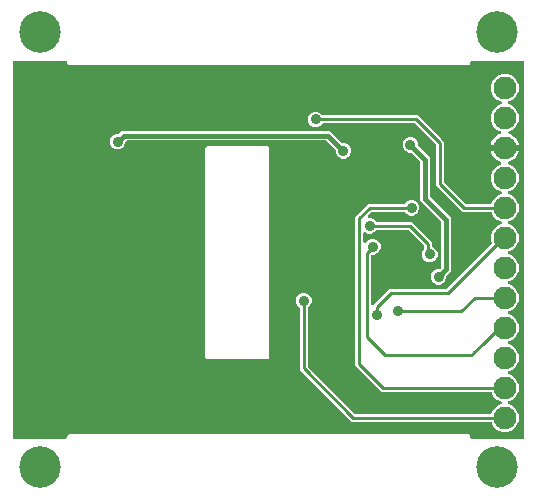
<source format=gbr>
G04 EAGLE Gerber RS-274X export*
G75*
%MOMM*%
%FSLAX34Y34*%
%LPD*%
%INBottom Copper*%
%IPPOS*%
%AMOC8*
5,1,8,0,0,1.08239X$1,22.5*%
G01*
%ADD10C,3.516000*%
%ADD11C,1.930400*%
%ADD12C,0.906400*%
%ADD13C,0.254000*%
%ADD14C,0.406400*%

G36*
X-4038Y-1520D02*
X-4038Y-1520D01*
X-4012Y-1522D01*
X-3865Y-1500D01*
X-3718Y-1483D01*
X-3693Y-1475D01*
X-3667Y-1471D01*
X-3529Y-1416D01*
X-3390Y-1366D01*
X-3368Y-1352D01*
X-3343Y-1342D01*
X-3222Y-1257D01*
X-3097Y-1177D01*
X-3079Y-1158D01*
X-3057Y-1143D01*
X-2958Y-1033D01*
X-2855Y-926D01*
X-2841Y-904D01*
X-2824Y-884D01*
X-2752Y-754D01*
X-2676Y-627D01*
X-2668Y-602D01*
X-2655Y-579D01*
X-2615Y-436D01*
X-2570Y-295D01*
X-2568Y-269D01*
X-2560Y-244D01*
X-2541Y0D01*
X-2541Y1052D01*
X-1052Y2541D01*
X337602Y2541D01*
X339091Y1052D01*
X339091Y0D01*
X339094Y-26D01*
X339092Y-52D01*
X339114Y-199D01*
X339131Y-346D01*
X339139Y-371D01*
X339143Y-397D01*
X339198Y-535D01*
X339248Y-674D01*
X339262Y-696D01*
X339272Y-721D01*
X339357Y-842D01*
X339437Y-967D01*
X339456Y-985D01*
X339471Y-1007D01*
X339581Y-1106D01*
X339688Y-1209D01*
X339710Y-1223D01*
X339730Y-1240D01*
X339860Y-1312D01*
X339987Y-1388D01*
X340012Y-1396D01*
X340035Y-1409D01*
X340178Y-1449D01*
X340319Y-1494D01*
X340345Y-1496D01*
X340370Y-1504D01*
X340614Y-1523D01*
X383286Y-1523D01*
X383312Y-1520D01*
X383338Y-1522D01*
X383485Y-1500D01*
X383632Y-1483D01*
X383657Y-1475D01*
X383683Y-1471D01*
X383821Y-1416D01*
X383960Y-1366D01*
X383982Y-1352D01*
X384007Y-1342D01*
X384128Y-1257D01*
X384253Y-1177D01*
X384271Y-1158D01*
X384293Y-1143D01*
X384392Y-1033D01*
X384495Y-926D01*
X384509Y-904D01*
X384526Y-884D01*
X384598Y-754D01*
X384674Y-627D01*
X384682Y-602D01*
X384695Y-579D01*
X384735Y-436D01*
X384780Y-295D01*
X384782Y-269D01*
X384790Y-244D01*
X384809Y0D01*
X384809Y317500D01*
X384806Y317526D01*
X384808Y317552D01*
X384786Y317699D01*
X384769Y317846D01*
X384761Y317871D01*
X384757Y317897D01*
X384702Y318035D01*
X384652Y318174D01*
X384638Y318196D01*
X384628Y318221D01*
X384543Y318342D01*
X384463Y318467D01*
X384444Y318485D01*
X384429Y318507D01*
X384319Y318606D01*
X384212Y318709D01*
X384190Y318723D01*
X384170Y318740D01*
X384040Y318812D01*
X383913Y318888D01*
X383888Y318896D01*
X383865Y318909D01*
X383722Y318949D01*
X383581Y318994D01*
X383555Y318996D01*
X383530Y319004D01*
X383286Y319023D01*
X340614Y319023D01*
X340588Y319020D01*
X340562Y319022D01*
X340415Y319000D01*
X340268Y318983D01*
X340243Y318975D01*
X340217Y318971D01*
X340079Y318916D01*
X339940Y318866D01*
X339918Y318852D01*
X339893Y318842D01*
X339772Y318757D01*
X339647Y318677D01*
X339629Y318658D01*
X339607Y318643D01*
X339508Y318533D01*
X339405Y318426D01*
X339391Y318404D01*
X339374Y318384D01*
X339302Y318254D01*
X339226Y318127D01*
X339218Y318102D01*
X339205Y318079D01*
X339165Y317936D01*
X339120Y317795D01*
X339118Y317769D01*
X339110Y317744D01*
X339091Y317500D01*
X339091Y316448D01*
X337602Y314959D01*
X-1052Y314959D01*
X-2541Y316448D01*
X-2541Y317500D01*
X-2544Y317526D01*
X-2542Y317552D01*
X-2564Y317699D01*
X-2581Y317846D01*
X-2589Y317871D01*
X-2593Y317897D01*
X-2648Y318035D01*
X-2698Y318174D01*
X-2712Y318196D01*
X-2722Y318221D01*
X-2807Y318342D01*
X-2887Y318467D01*
X-2906Y318485D01*
X-2921Y318507D01*
X-3031Y318606D01*
X-3138Y318709D01*
X-3160Y318723D01*
X-3180Y318740D01*
X-3310Y318812D01*
X-3437Y318888D01*
X-3462Y318896D01*
X-3485Y318909D01*
X-3628Y318949D01*
X-3769Y318994D01*
X-3795Y318996D01*
X-3820Y319004D01*
X-4064Y319023D01*
X-46736Y319023D01*
X-46762Y319020D01*
X-46788Y319022D01*
X-46935Y319000D01*
X-47082Y318983D01*
X-47107Y318975D01*
X-47133Y318971D01*
X-47271Y318916D01*
X-47410Y318866D01*
X-47432Y318852D01*
X-47457Y318842D01*
X-47578Y318757D01*
X-47703Y318677D01*
X-47721Y318658D01*
X-47743Y318643D01*
X-47842Y318533D01*
X-47945Y318426D01*
X-47959Y318404D01*
X-47976Y318384D01*
X-48048Y318254D01*
X-48124Y318127D01*
X-48132Y318102D01*
X-48145Y318079D01*
X-48185Y317936D01*
X-48230Y317795D01*
X-48232Y317769D01*
X-48240Y317744D01*
X-48259Y317500D01*
X-48259Y0D01*
X-48256Y-26D01*
X-48258Y-52D01*
X-48236Y-199D01*
X-48219Y-346D01*
X-48211Y-371D01*
X-48207Y-397D01*
X-48152Y-535D01*
X-48102Y-674D01*
X-48088Y-696D01*
X-48078Y-721D01*
X-47993Y-842D01*
X-47913Y-967D01*
X-47894Y-985D01*
X-47879Y-1007D01*
X-47769Y-1106D01*
X-47662Y-1209D01*
X-47640Y-1223D01*
X-47620Y-1240D01*
X-47490Y-1312D01*
X-47363Y-1388D01*
X-47338Y-1396D01*
X-47315Y-1409D01*
X-47172Y-1449D01*
X-47031Y-1494D01*
X-47005Y-1496D01*
X-46980Y-1504D01*
X-46736Y-1523D01*
X-4064Y-1523D01*
X-4038Y-1520D01*
G37*
%LPC*%
G36*
X365976Y4825D02*
X365976Y4825D01*
X361681Y6604D01*
X358394Y9891D01*
X357410Y12267D01*
X357373Y12334D01*
X357345Y12405D01*
X357289Y12486D01*
X357241Y12572D01*
X357189Y12628D01*
X357146Y12691D01*
X357073Y12757D01*
X357007Y12830D01*
X356944Y12873D01*
X356887Y12924D01*
X356801Y12972D01*
X356720Y13028D01*
X356649Y13056D01*
X356582Y13093D01*
X356487Y13120D01*
X356396Y13156D01*
X356320Y13167D01*
X356247Y13188D01*
X356098Y13200D01*
X356051Y13207D01*
X356032Y13205D01*
X356003Y13207D01*
X238662Y13207D01*
X194817Y57052D01*
X194817Y108958D01*
X194803Y109083D01*
X194796Y109210D01*
X194783Y109256D01*
X194777Y109304D01*
X194735Y109423D01*
X194700Y109544D01*
X194676Y109587D01*
X194660Y109632D01*
X194591Y109738D01*
X194530Y109849D01*
X194490Y109895D01*
X194471Y109925D01*
X194436Y109958D01*
X194371Y110035D01*
X192555Y111851D01*
X191555Y114264D01*
X191555Y116876D01*
X192555Y119289D01*
X194401Y121135D01*
X196814Y122135D01*
X199426Y122135D01*
X201839Y121135D01*
X203685Y119289D01*
X204685Y116876D01*
X204685Y114264D01*
X203685Y111851D01*
X201869Y110035D01*
X201790Y109936D01*
X201706Y109842D01*
X201682Y109800D01*
X201652Y109762D01*
X201598Y109648D01*
X201537Y109537D01*
X201524Y109490D01*
X201503Y109447D01*
X201477Y109323D01*
X201442Y109202D01*
X201437Y109141D01*
X201430Y109106D01*
X201431Y109058D01*
X201423Y108958D01*
X201423Y60419D01*
X201437Y60293D01*
X201444Y60167D01*
X201457Y60121D01*
X201463Y60073D01*
X201505Y59954D01*
X201540Y59832D01*
X201564Y59790D01*
X201580Y59745D01*
X201649Y59638D01*
X201710Y59528D01*
X201750Y59482D01*
X201769Y59452D01*
X201804Y59418D01*
X201869Y59342D01*
X240952Y20259D01*
X241051Y20180D01*
X241145Y20096D01*
X241187Y20072D01*
X241225Y20042D01*
X241339Y19988D01*
X241450Y19927D01*
X241496Y19914D01*
X241540Y19893D01*
X241663Y19867D01*
X241785Y19832D01*
X241846Y19827D01*
X241881Y19820D01*
X241929Y19821D01*
X242029Y19813D01*
X356003Y19813D01*
X356079Y19821D01*
X356155Y19820D01*
X356251Y19841D01*
X356349Y19853D01*
X356421Y19878D01*
X356496Y19895D01*
X356584Y19937D01*
X356677Y19970D01*
X356741Y20012D01*
X356810Y20044D01*
X356887Y20106D01*
X356970Y20159D01*
X357023Y20214D01*
X357083Y20262D01*
X357144Y20339D01*
X357212Y20410D01*
X357251Y20475D01*
X357299Y20535D01*
X357367Y20668D01*
X357391Y20709D01*
X357397Y20727D01*
X357410Y20753D01*
X358394Y23129D01*
X361681Y26416D01*
X365029Y27803D01*
X365117Y27851D01*
X365209Y27892D01*
X365269Y27936D01*
X365334Y27972D01*
X365408Y28039D01*
X365489Y28099D01*
X365537Y28156D01*
X365592Y28206D01*
X365649Y28289D01*
X365714Y28365D01*
X365748Y28432D01*
X365790Y28493D01*
X365827Y28586D01*
X365873Y28676D01*
X365891Y28748D01*
X365918Y28817D01*
X365933Y28916D01*
X365957Y29014D01*
X365958Y29088D01*
X365969Y29162D01*
X365961Y29262D01*
X365962Y29362D01*
X365946Y29435D01*
X365940Y29509D01*
X365909Y29605D01*
X365888Y29703D01*
X365856Y29770D01*
X365833Y29841D01*
X365781Y29927D01*
X365738Y30018D01*
X365692Y30076D01*
X365653Y30139D01*
X365583Y30212D01*
X365521Y30290D01*
X365462Y30336D01*
X365410Y30389D01*
X365326Y30444D01*
X365247Y30506D01*
X365158Y30552D01*
X365117Y30578D01*
X365083Y30590D01*
X365029Y30617D01*
X361681Y32004D01*
X358394Y35291D01*
X357410Y37667D01*
X357373Y37734D01*
X357345Y37805D01*
X357289Y37886D01*
X357241Y37972D01*
X357189Y38028D01*
X357146Y38091D01*
X357073Y38157D01*
X357007Y38230D01*
X356944Y38273D01*
X356887Y38324D01*
X356801Y38372D01*
X356720Y38428D01*
X356649Y38456D01*
X356582Y38493D01*
X356487Y38520D01*
X356396Y38556D01*
X356320Y38567D01*
X356247Y38588D01*
X356098Y38600D01*
X356051Y38607D01*
X356032Y38605D01*
X356003Y38607D01*
X264062Y38607D01*
X241807Y60862D01*
X241807Y186788D01*
X252632Y197613D01*
X282788Y197613D01*
X282913Y197627D01*
X283040Y197634D01*
X283086Y197647D01*
X283134Y197653D01*
X283253Y197695D01*
X283374Y197730D01*
X283417Y197754D01*
X283462Y197770D01*
X283568Y197839D01*
X283679Y197900D01*
X283725Y197940D01*
X283755Y197959D01*
X283788Y197994D01*
X283865Y198059D01*
X285681Y199875D01*
X288094Y200875D01*
X290706Y200875D01*
X293119Y199875D01*
X294325Y198669D01*
X294404Y198607D01*
X294476Y198537D01*
X294540Y198499D01*
X294598Y198452D01*
X294689Y198409D01*
X294775Y198358D01*
X294846Y198335D01*
X294866Y198326D01*
X294867Y198318D01*
X294942Y198085D01*
X295965Y195616D01*
X295965Y193004D01*
X294965Y190591D01*
X293119Y188745D01*
X290706Y187745D01*
X288094Y187745D01*
X285681Y188745D01*
X283865Y190561D01*
X283766Y190640D01*
X283672Y190724D01*
X283630Y190748D01*
X283592Y190778D01*
X283478Y190832D01*
X283367Y190893D01*
X283320Y190906D01*
X283277Y190927D01*
X283153Y190953D01*
X283032Y190988D01*
X282971Y190993D01*
X282936Y191000D01*
X282888Y190999D01*
X282788Y191007D01*
X255999Y191007D01*
X255873Y190993D01*
X255747Y190986D01*
X255701Y190973D01*
X255653Y190967D01*
X255534Y190925D01*
X255412Y190890D01*
X255370Y190866D01*
X255325Y190850D01*
X255219Y190781D01*
X255108Y190720D01*
X255062Y190680D01*
X255032Y190661D01*
X254998Y190626D01*
X254922Y190561D01*
X252596Y188235D01*
X252533Y188157D01*
X252464Y188084D01*
X252425Y188020D01*
X252379Y187962D01*
X252336Y187871D01*
X252285Y187785D01*
X252262Y187714D01*
X252230Y187647D01*
X252209Y187549D01*
X252179Y187453D01*
X252173Y187379D01*
X252157Y187306D01*
X252159Y187206D01*
X252151Y187106D01*
X252162Y187032D01*
X252163Y186958D01*
X252187Y186861D01*
X252202Y186761D01*
X252230Y186692D01*
X252248Y186620D01*
X252294Y186531D01*
X252331Y186437D01*
X252373Y186376D01*
X252408Y186310D01*
X252473Y186234D01*
X252530Y186151D01*
X252585Y186101D01*
X252633Y186045D01*
X252714Y185985D01*
X252789Y185918D01*
X252854Y185882D01*
X252914Y185837D01*
X253006Y185798D01*
X253094Y185749D01*
X253165Y185729D01*
X253234Y185699D01*
X253332Y185682D01*
X253429Y185654D01*
X253529Y185646D01*
X253577Y185638D01*
X253612Y185640D01*
X253673Y185635D01*
X255306Y185635D01*
X257719Y184635D01*
X259535Y182819D01*
X259634Y182740D01*
X259728Y182656D01*
X259770Y182632D01*
X259808Y182602D01*
X259922Y182548D01*
X260033Y182487D01*
X260079Y182474D01*
X260123Y182453D01*
X260247Y182427D01*
X260368Y182392D01*
X260429Y182387D01*
X260464Y182380D01*
X260512Y182381D01*
X260612Y182373D01*
X289658Y182373D01*
X292039Y179992D01*
X304452Y167579D01*
X306833Y165198D01*
X306833Y162221D01*
X306841Y162146D01*
X306840Y162069D01*
X306861Y161973D01*
X306873Y161875D01*
X306898Y161803D01*
X306915Y161729D01*
X306957Y161640D01*
X306990Y161547D01*
X307032Y161483D01*
X307064Y161414D01*
X307126Y161337D01*
X307179Y161254D01*
X307234Y161201D01*
X307282Y161141D01*
X307359Y161080D01*
X307430Y161012D01*
X307495Y160973D01*
X307555Y160926D01*
X307688Y160857D01*
X307729Y160833D01*
X307747Y160827D01*
X307773Y160814D01*
X308519Y160505D01*
X310365Y158659D01*
X311365Y156246D01*
X311365Y153634D01*
X310365Y151221D01*
X308519Y149375D01*
X306106Y148375D01*
X303494Y148375D01*
X301081Y149375D01*
X299235Y151221D01*
X298235Y153634D01*
X298235Y156246D01*
X299235Y158659D01*
X299781Y159205D01*
X299860Y159304D01*
X299944Y159398D01*
X299968Y159440D01*
X299998Y159478D01*
X300052Y159592D01*
X300113Y159703D01*
X300126Y159750D01*
X300147Y159793D01*
X300173Y159917D01*
X300208Y160038D01*
X300213Y160099D01*
X300220Y160134D01*
X300219Y160182D01*
X300227Y160282D01*
X300227Y161831D01*
X300213Y161957D01*
X300206Y162083D01*
X300193Y162129D01*
X300187Y162177D01*
X300145Y162296D01*
X300110Y162418D01*
X300086Y162460D01*
X300070Y162505D01*
X300001Y162612D01*
X299940Y162722D01*
X299900Y162768D01*
X299881Y162798D01*
X299846Y162832D01*
X299781Y162908D01*
X287368Y175321D01*
X287269Y175400D01*
X287175Y175484D01*
X287133Y175508D01*
X287095Y175538D01*
X286981Y175592D01*
X286870Y175653D01*
X286824Y175666D01*
X286780Y175687D01*
X286657Y175713D01*
X286535Y175748D01*
X286474Y175753D01*
X286439Y175760D01*
X286391Y175759D01*
X286291Y175767D01*
X260612Y175767D01*
X260487Y175753D01*
X260360Y175746D01*
X260314Y175733D01*
X260266Y175727D01*
X260147Y175685D01*
X260025Y175650D01*
X259983Y175626D01*
X259938Y175610D01*
X259832Y175541D01*
X259721Y175480D01*
X259675Y175440D01*
X259645Y175421D01*
X259611Y175386D01*
X259535Y175321D01*
X257719Y173505D01*
X255306Y172505D01*
X252694Y172505D01*
X250519Y173406D01*
X250374Y173448D01*
X250231Y173493D01*
X250207Y173495D01*
X250184Y173502D01*
X250033Y173509D01*
X249884Y173521D01*
X249860Y173518D01*
X249836Y173519D01*
X249688Y173492D01*
X249539Y173470D01*
X249517Y173461D01*
X249493Y173456D01*
X249355Y173396D01*
X249215Y173341D01*
X249195Y173327D01*
X249173Y173318D01*
X249052Y173228D01*
X248929Y173142D01*
X248913Y173124D01*
X248893Y173110D01*
X248796Y172995D01*
X248696Y172883D01*
X248684Y172862D01*
X248668Y172844D01*
X248600Y172710D01*
X248527Y172578D01*
X248521Y172555D01*
X248510Y172533D01*
X248473Y172388D01*
X248432Y172243D01*
X248430Y172214D01*
X248425Y172195D01*
X248425Y172148D01*
X248413Y171999D01*
X248413Y166124D01*
X248424Y166024D01*
X248426Y165924D01*
X248444Y165852D01*
X248453Y165778D01*
X248486Y165683D01*
X248511Y165586D01*
X248545Y165520D01*
X248570Y165450D01*
X248625Y165365D01*
X248671Y165276D01*
X248719Y165219D01*
X248759Y165157D01*
X248831Y165087D01*
X248896Y165011D01*
X248956Y164967D01*
X249010Y164915D01*
X249096Y164863D01*
X249177Y164804D01*
X249245Y164774D01*
X249309Y164736D01*
X249405Y164705D01*
X249497Y164666D01*
X249570Y164652D01*
X249641Y164630D01*
X249741Y164622D01*
X249840Y164604D01*
X249914Y164608D01*
X249988Y164602D01*
X250088Y164617D01*
X250188Y164622D01*
X250259Y164642D01*
X250333Y164653D01*
X250426Y164691D01*
X250523Y164718D01*
X250588Y164755D01*
X250657Y164782D01*
X250739Y164839D01*
X250827Y164889D01*
X250903Y164954D01*
X250943Y164981D01*
X250967Y165008D01*
X251013Y165047D01*
X252821Y166855D01*
X255234Y167855D01*
X257846Y167855D01*
X260259Y166855D01*
X262105Y165009D01*
X263105Y162596D01*
X263105Y159984D01*
X262105Y157571D01*
X260259Y155725D01*
X257846Y154725D01*
X256286Y154725D01*
X256260Y154722D01*
X256234Y154724D01*
X256087Y154702D01*
X255940Y154685D01*
X255915Y154677D01*
X255889Y154673D01*
X255751Y154618D01*
X255612Y154568D01*
X255590Y154554D01*
X255565Y154544D01*
X255444Y154459D01*
X255319Y154379D01*
X255301Y154360D01*
X255279Y154345D01*
X255180Y154235D01*
X255077Y154128D01*
X255063Y154106D01*
X255046Y154086D01*
X254974Y153956D01*
X254898Y153829D01*
X254890Y153804D01*
X254877Y153781D01*
X254837Y153638D01*
X254792Y153497D01*
X254790Y153471D01*
X254782Y153446D01*
X254763Y153202D01*
X254763Y113251D01*
X254774Y113151D01*
X254776Y113051D01*
X254794Y112979D01*
X254803Y112905D01*
X254836Y112810D01*
X254861Y112713D01*
X254895Y112647D01*
X254920Y112577D01*
X254975Y112492D01*
X255021Y112403D01*
X255069Y112346D01*
X255109Y112284D01*
X255181Y112214D01*
X255246Y112138D01*
X255306Y112093D01*
X255360Y112042D01*
X255446Y111990D01*
X255527Y111930D01*
X255595Y111901D01*
X255659Y111863D01*
X255755Y111832D01*
X255847Y111792D01*
X255920Y111779D01*
X255991Y111757D01*
X256091Y111748D01*
X256190Y111731D01*
X256264Y111735D01*
X256338Y111729D01*
X256438Y111743D01*
X256538Y111749D01*
X256609Y111769D01*
X256683Y111780D01*
X256776Y111817D01*
X256873Y111845D01*
X256938Y111882D01*
X257007Y111909D01*
X257089Y111966D01*
X257177Y112015D01*
X257253Y112080D01*
X257293Y112108D01*
X257317Y112134D01*
X257363Y112174D01*
X268031Y122842D01*
X270412Y125223D01*
X318041Y125223D01*
X318167Y125237D01*
X318293Y125244D01*
X318339Y125257D01*
X318387Y125263D01*
X318506Y125305D01*
X318628Y125340D01*
X318670Y125364D01*
X318715Y125380D01*
X318822Y125449D01*
X318932Y125510D01*
X318978Y125550D01*
X319008Y125569D01*
X319042Y125604D01*
X319118Y125669D01*
X356897Y163448D01*
X356945Y163508D01*
X357000Y163561D01*
X357014Y163583D01*
X357015Y163585D01*
X357024Y163599D01*
X357053Y163644D01*
X357114Y163721D01*
X357146Y163790D01*
X357188Y163854D01*
X357221Y163947D01*
X357263Y164036D01*
X357279Y164111D01*
X357304Y164183D01*
X357315Y164281D01*
X357336Y164377D01*
X357335Y164453D01*
X357343Y164529D01*
X357332Y164627D01*
X357330Y164725D01*
X357311Y164799D01*
X357303Y164875D01*
X357257Y165017D01*
X357245Y165063D01*
X357236Y165080D01*
X357227Y165108D01*
X356615Y166586D01*
X356615Y171234D01*
X358394Y175529D01*
X361681Y178816D01*
X365029Y180203D01*
X365117Y180251D01*
X365209Y180292D01*
X365269Y180336D01*
X365334Y180372D01*
X365408Y180439D01*
X365489Y180499D01*
X365537Y180556D01*
X365592Y180606D01*
X365649Y180689D01*
X365714Y180765D01*
X365748Y180832D01*
X365790Y180893D01*
X365827Y180986D01*
X365873Y181076D01*
X365891Y181148D01*
X365918Y181217D01*
X365933Y181316D01*
X365957Y181414D01*
X365958Y181488D01*
X365969Y181562D01*
X365961Y181662D01*
X365962Y181762D01*
X365946Y181835D01*
X365940Y181909D01*
X365909Y182005D01*
X365888Y182103D01*
X365856Y182170D01*
X365833Y182241D01*
X365781Y182327D01*
X365738Y182418D01*
X365692Y182476D01*
X365653Y182539D01*
X365583Y182612D01*
X365521Y182690D01*
X365462Y182736D01*
X365410Y182789D01*
X365326Y182844D01*
X365247Y182906D01*
X365158Y182952D01*
X365117Y182978D01*
X365083Y182990D01*
X365029Y183017D01*
X361681Y184404D01*
X358394Y187691D01*
X357410Y190067D01*
X357373Y190134D01*
X357345Y190205D01*
X357289Y190286D01*
X357241Y190372D01*
X357189Y190428D01*
X357146Y190491D01*
X357073Y190557D01*
X357007Y190630D01*
X356944Y190673D01*
X356887Y190724D01*
X356801Y190772D01*
X356720Y190828D01*
X356649Y190856D01*
X356582Y190893D01*
X356487Y190920D01*
X356396Y190956D01*
X356320Y190967D01*
X356247Y190988D01*
X356098Y191000D01*
X356051Y191007D01*
X356032Y191005D01*
X356003Y191007D01*
X332642Y191007D01*
X330261Y193388D01*
X312768Y210881D01*
X310387Y213262D01*
X310387Y246921D01*
X310373Y247047D01*
X310366Y247173D01*
X310353Y247219D01*
X310347Y247267D01*
X310305Y247386D01*
X310270Y247508D01*
X310246Y247550D01*
X310230Y247595D01*
X310161Y247702D01*
X310100Y247812D01*
X310060Y247858D01*
X310041Y247888D01*
X310006Y247922D01*
X309941Y247998D01*
X292448Y265491D01*
X292349Y265570D01*
X292255Y265654D01*
X292213Y265678D01*
X292175Y265708D01*
X292061Y265762D01*
X291950Y265823D01*
X291904Y265836D01*
X291860Y265857D01*
X291737Y265883D01*
X291615Y265918D01*
X291554Y265923D01*
X291519Y265930D01*
X291471Y265929D01*
X291371Y265937D01*
X214892Y265937D01*
X214767Y265923D01*
X214640Y265916D01*
X214594Y265903D01*
X214546Y265897D01*
X214427Y265855D01*
X214306Y265820D01*
X214263Y265796D01*
X214218Y265780D01*
X214112Y265711D01*
X214001Y265650D01*
X213955Y265610D01*
X213925Y265591D01*
X213892Y265556D01*
X213815Y265491D01*
X211999Y263675D01*
X209586Y262675D01*
X206974Y262675D01*
X204561Y263675D01*
X202715Y265521D01*
X201715Y267934D01*
X201715Y270546D01*
X202715Y272959D01*
X204561Y274805D01*
X206974Y275805D01*
X209586Y275805D01*
X211999Y274805D01*
X213815Y272989D01*
X213914Y272910D01*
X214008Y272826D01*
X214050Y272802D01*
X214088Y272772D01*
X214202Y272718D01*
X214313Y272657D01*
X214360Y272644D01*
X214403Y272623D01*
X214527Y272597D01*
X214648Y272562D01*
X214709Y272557D01*
X214744Y272550D01*
X214792Y272551D01*
X214892Y272543D01*
X294738Y272543D01*
X297119Y270162D01*
X314612Y252669D01*
X316993Y250288D01*
X316993Y216629D01*
X317007Y216503D01*
X317014Y216377D01*
X317027Y216331D01*
X317033Y216283D01*
X317075Y216164D01*
X317110Y216042D01*
X317134Y216000D01*
X317150Y215955D01*
X317219Y215848D01*
X317280Y215738D01*
X317320Y215692D01*
X317339Y215662D01*
X317374Y215628D01*
X317439Y215552D01*
X334932Y198059D01*
X335031Y197980D01*
X335125Y197896D01*
X335167Y197872D01*
X335205Y197842D01*
X335319Y197788D01*
X335430Y197727D01*
X335476Y197714D01*
X335520Y197693D01*
X335643Y197667D01*
X335765Y197632D01*
X335826Y197627D01*
X335861Y197620D01*
X335909Y197621D01*
X336009Y197613D01*
X356003Y197613D01*
X356079Y197621D01*
X356155Y197620D01*
X356251Y197641D01*
X356349Y197653D01*
X356421Y197678D01*
X356496Y197695D01*
X356584Y197737D01*
X356677Y197770D01*
X356741Y197812D01*
X356810Y197844D01*
X356887Y197906D01*
X356970Y197959D01*
X357023Y198014D01*
X357083Y198062D01*
X357144Y198139D01*
X357212Y198210D01*
X357251Y198275D01*
X357299Y198335D01*
X357367Y198468D01*
X357391Y198509D01*
X357397Y198527D01*
X357410Y198553D01*
X358394Y200929D01*
X361681Y204216D01*
X365029Y205603D01*
X365117Y205651D01*
X365209Y205692D01*
X365269Y205736D01*
X365334Y205772D01*
X365408Y205839D01*
X365489Y205899D01*
X365537Y205956D01*
X365592Y206006D01*
X365649Y206089D01*
X365714Y206165D01*
X365748Y206232D01*
X365790Y206293D01*
X365827Y206386D01*
X365873Y206476D01*
X365891Y206548D01*
X365918Y206617D01*
X365933Y206716D01*
X365957Y206814D01*
X365958Y206888D01*
X365969Y206962D01*
X365961Y207062D01*
X365962Y207162D01*
X365946Y207235D01*
X365940Y207309D01*
X365909Y207405D01*
X365888Y207503D01*
X365856Y207570D01*
X365833Y207641D01*
X365781Y207727D01*
X365738Y207818D01*
X365692Y207876D01*
X365653Y207939D01*
X365583Y208012D01*
X365521Y208090D01*
X365462Y208136D01*
X365410Y208189D01*
X365326Y208244D01*
X365247Y208306D01*
X365158Y208352D01*
X365117Y208378D01*
X365083Y208390D01*
X365029Y208417D01*
X361681Y209804D01*
X358394Y213091D01*
X356615Y217386D01*
X356615Y222034D01*
X358394Y226329D01*
X361681Y229616D01*
X364394Y230739D01*
X364534Y230817D01*
X364675Y230892D01*
X364686Y230902D01*
X364698Y230909D01*
X364817Y231016D01*
X364937Y231121D01*
X364946Y231133D01*
X364957Y231143D01*
X365047Y231274D01*
X365141Y231404D01*
X365146Y231418D01*
X365155Y231430D01*
X365213Y231578D01*
X365275Y231726D01*
X365277Y231740D01*
X365283Y231754D01*
X365306Y231911D01*
X365332Y232070D01*
X365331Y232084D01*
X365333Y232099D01*
X365320Y232258D01*
X365310Y232418D01*
X365306Y232431D01*
X365304Y232446D01*
X365255Y232599D01*
X365209Y232751D01*
X365202Y232764D01*
X365197Y232778D01*
X365114Y232915D01*
X365035Y233053D01*
X365025Y233064D01*
X365018Y233076D01*
X364906Y233191D01*
X364797Y233308D01*
X364785Y233316D01*
X364775Y233326D01*
X364640Y233413D01*
X364507Y233501D01*
X364491Y233508D01*
X364482Y233514D01*
X364445Y233527D01*
X364282Y233595D01*
X363619Y233811D01*
X361910Y234682D01*
X360357Y235810D01*
X359000Y237167D01*
X357872Y238720D01*
X357001Y240430D01*
X356407Y242255D01*
X356351Y242611D01*
X367324Y242611D01*
X367350Y242614D01*
X367376Y242612D01*
X367523Y242634D01*
X367670Y242651D01*
X367695Y242659D01*
X367721Y242663D01*
X367858Y242718D01*
X367998Y242768D01*
X368020Y242782D01*
X368045Y242792D01*
X368166Y242877D01*
X368291Y242957D01*
X368303Y242970D01*
X368350Y242925D01*
X368373Y242911D01*
X368392Y242894D01*
X368522Y242822D01*
X368649Y242746D01*
X368674Y242738D01*
X368697Y242725D01*
X368840Y242685D01*
X368981Y242640D01*
X369007Y242637D01*
X369032Y242630D01*
X369276Y242611D01*
X380249Y242611D01*
X380193Y242255D01*
X379599Y240430D01*
X378728Y238720D01*
X377600Y237167D01*
X376243Y235810D01*
X374690Y234682D01*
X372981Y233811D01*
X372318Y233595D01*
X372173Y233529D01*
X372026Y233465D01*
X372015Y233457D01*
X372001Y233451D01*
X371875Y233352D01*
X371747Y233257D01*
X371737Y233246D01*
X371726Y233237D01*
X371624Y233113D01*
X371521Y232991D01*
X371515Y232978D01*
X371506Y232967D01*
X371436Y232824D01*
X371363Y232681D01*
X371359Y232667D01*
X371353Y232654D01*
X371317Y232499D01*
X371279Y232343D01*
X371278Y232328D01*
X371275Y232314D01*
X371276Y232155D01*
X371273Y231994D01*
X371277Y231980D01*
X371277Y231966D01*
X371314Y231810D01*
X371348Y231654D01*
X371354Y231641D01*
X371357Y231627D01*
X371429Y231483D01*
X371498Y231339D01*
X371507Y231328D01*
X371513Y231315D01*
X371615Y231192D01*
X371715Y231067D01*
X371726Y231058D01*
X371736Y231047D01*
X371863Y230950D01*
X371988Y230851D01*
X372004Y230843D01*
X372013Y230836D01*
X372048Y230820D01*
X372206Y230739D01*
X374919Y229616D01*
X378206Y226329D01*
X379985Y222034D01*
X379985Y217386D01*
X378206Y213091D01*
X374919Y209804D01*
X371571Y208417D01*
X371483Y208369D01*
X371391Y208329D01*
X371331Y208284D01*
X371266Y208248D01*
X371192Y208181D01*
X371111Y208121D01*
X371063Y208064D01*
X371008Y208014D01*
X370951Y207931D01*
X370886Y207855D01*
X370852Y207788D01*
X370810Y207727D01*
X370773Y207634D01*
X370727Y207544D01*
X370709Y207472D01*
X370682Y207403D01*
X370667Y207303D01*
X370643Y207206D01*
X370642Y207132D01*
X370631Y207058D01*
X370639Y206958D01*
X370638Y206858D01*
X370654Y206785D01*
X370660Y206711D01*
X370691Y206615D01*
X370712Y206517D01*
X370744Y206450D01*
X370767Y206379D01*
X370819Y206293D01*
X370862Y206202D01*
X370908Y206144D01*
X370947Y206081D01*
X371017Y206008D01*
X371079Y205930D01*
X371138Y205884D01*
X371190Y205831D01*
X371274Y205776D01*
X371353Y205714D01*
X371442Y205668D01*
X371483Y205642D01*
X371517Y205630D01*
X371571Y205603D01*
X374919Y204216D01*
X378206Y200929D01*
X379985Y196634D01*
X379985Y191986D01*
X378206Y187691D01*
X374919Y184404D01*
X371571Y183017D01*
X371483Y182969D01*
X371391Y182929D01*
X371331Y182884D01*
X371266Y182848D01*
X371192Y182781D01*
X371111Y182721D01*
X371063Y182664D01*
X371008Y182614D01*
X370951Y182531D01*
X370886Y182455D01*
X370852Y182388D01*
X370810Y182327D01*
X370773Y182234D01*
X370727Y182144D01*
X370709Y182072D01*
X370682Y182003D01*
X370667Y181903D01*
X370643Y181806D01*
X370642Y181732D01*
X370631Y181658D01*
X370639Y181558D01*
X370638Y181458D01*
X370654Y181385D01*
X370660Y181311D01*
X370691Y181215D01*
X370712Y181117D01*
X370744Y181050D01*
X370767Y180979D01*
X370819Y180893D01*
X370862Y180802D01*
X370908Y180744D01*
X370947Y180681D01*
X371017Y180608D01*
X371079Y180530D01*
X371138Y180484D01*
X371190Y180431D01*
X371274Y180376D01*
X371353Y180314D01*
X371442Y180268D01*
X371483Y180242D01*
X371517Y180230D01*
X371571Y180203D01*
X374919Y178816D01*
X378206Y175529D01*
X379985Y171234D01*
X379985Y166586D01*
X378206Y162291D01*
X374919Y159004D01*
X371571Y157617D01*
X371483Y157569D01*
X371391Y157529D01*
X371331Y157484D01*
X371266Y157448D01*
X371192Y157381D01*
X371111Y157321D01*
X371063Y157264D01*
X371008Y157214D01*
X370951Y157131D01*
X370886Y157055D01*
X370852Y156988D01*
X370810Y156927D01*
X370773Y156834D01*
X370727Y156744D01*
X370709Y156672D01*
X370682Y156603D01*
X370667Y156504D01*
X370643Y156406D01*
X370642Y156332D01*
X370631Y156258D01*
X370639Y156158D01*
X370638Y156058D01*
X370654Y155985D01*
X370660Y155911D01*
X370691Y155815D01*
X370712Y155717D01*
X370744Y155650D01*
X370767Y155579D01*
X370819Y155493D01*
X370862Y155402D01*
X370908Y155344D01*
X370947Y155281D01*
X371017Y155208D01*
X371079Y155130D01*
X371138Y155084D01*
X371190Y155031D01*
X371274Y154976D01*
X371353Y154914D01*
X371442Y154868D01*
X371483Y154842D01*
X371517Y154830D01*
X371571Y154803D01*
X374919Y153416D01*
X378206Y150129D01*
X379985Y145834D01*
X379985Y141186D01*
X378206Y136891D01*
X374919Y133604D01*
X371571Y132217D01*
X371483Y132169D01*
X371391Y132129D01*
X371331Y132084D01*
X371266Y132048D01*
X371192Y131981D01*
X371111Y131921D01*
X371063Y131864D01*
X371008Y131814D01*
X370951Y131731D01*
X370886Y131655D01*
X370852Y131588D01*
X370810Y131527D01*
X370773Y131434D01*
X370727Y131344D01*
X370709Y131272D01*
X370682Y131203D01*
X370667Y131104D01*
X370643Y131006D01*
X370642Y130932D01*
X370631Y130858D01*
X370639Y130758D01*
X370638Y130658D01*
X370654Y130585D01*
X370660Y130511D01*
X370691Y130415D01*
X370712Y130317D01*
X370744Y130250D01*
X370767Y130179D01*
X370819Y130093D01*
X370862Y130002D01*
X370908Y129944D01*
X370947Y129881D01*
X371017Y129808D01*
X371079Y129730D01*
X371138Y129684D01*
X371190Y129631D01*
X371274Y129576D01*
X371353Y129514D01*
X371442Y129468D01*
X371483Y129442D01*
X371517Y129430D01*
X371571Y129403D01*
X374919Y128016D01*
X378206Y124729D01*
X379985Y120434D01*
X379985Y115786D01*
X378206Y111491D01*
X374919Y108204D01*
X371571Y106817D01*
X371483Y106769D01*
X371391Y106729D01*
X371331Y106684D01*
X371266Y106648D01*
X371192Y106581D01*
X371111Y106521D01*
X371063Y106464D01*
X371008Y106414D01*
X370951Y106331D01*
X370886Y106255D01*
X370852Y106188D01*
X370810Y106127D01*
X370773Y106034D01*
X370727Y105944D01*
X370709Y105872D01*
X370682Y105803D01*
X370667Y105704D01*
X370643Y105606D01*
X370642Y105532D01*
X370631Y105458D01*
X370639Y105358D01*
X370638Y105258D01*
X370654Y105185D01*
X370660Y105111D01*
X370691Y105015D01*
X370712Y104917D01*
X370744Y104850D01*
X370767Y104779D01*
X370819Y104693D01*
X370862Y104602D01*
X370908Y104544D01*
X370947Y104481D01*
X371017Y104408D01*
X371079Y104330D01*
X371138Y104284D01*
X371190Y104231D01*
X371274Y104176D01*
X371353Y104114D01*
X371442Y104068D01*
X371483Y104042D01*
X371517Y104030D01*
X371571Y104003D01*
X374919Y102616D01*
X378206Y99329D01*
X379985Y95034D01*
X379985Y90386D01*
X378206Y86091D01*
X374919Y82804D01*
X371571Y81417D01*
X371483Y81369D01*
X371391Y81329D01*
X371331Y81284D01*
X371266Y81248D01*
X371192Y81181D01*
X371111Y81121D01*
X371063Y81064D01*
X371008Y81014D01*
X370951Y80931D01*
X370886Y80855D01*
X370852Y80788D01*
X370810Y80727D01*
X370773Y80634D01*
X370727Y80544D01*
X370709Y80472D01*
X370682Y80403D01*
X370667Y80304D01*
X370643Y80206D01*
X370642Y80132D01*
X370631Y80058D01*
X370639Y79958D01*
X370638Y79858D01*
X370654Y79785D01*
X370660Y79711D01*
X370691Y79615D01*
X370712Y79517D01*
X370744Y79450D01*
X370767Y79379D01*
X370819Y79293D01*
X370862Y79202D01*
X370908Y79144D01*
X370947Y79081D01*
X371017Y79008D01*
X371079Y78930D01*
X371138Y78884D01*
X371190Y78831D01*
X371274Y78776D01*
X371353Y78714D01*
X371442Y78668D01*
X371483Y78642D01*
X371517Y78630D01*
X371571Y78603D01*
X374919Y77216D01*
X378206Y73929D01*
X379985Y69634D01*
X379985Y64986D01*
X378206Y60691D01*
X374919Y57404D01*
X371571Y56017D01*
X371483Y55969D01*
X371391Y55929D01*
X371331Y55884D01*
X371266Y55848D01*
X371192Y55781D01*
X371111Y55721D01*
X371063Y55664D01*
X371008Y55614D01*
X370951Y55531D01*
X370886Y55455D01*
X370852Y55388D01*
X370810Y55327D01*
X370773Y55234D01*
X370727Y55144D01*
X370709Y55072D01*
X370682Y55003D01*
X370667Y54904D01*
X370643Y54806D01*
X370642Y54732D01*
X370631Y54658D01*
X370639Y54558D01*
X370638Y54458D01*
X370654Y54385D01*
X370660Y54311D01*
X370691Y54215D01*
X370712Y54117D01*
X370744Y54050D01*
X370767Y53979D01*
X370819Y53893D01*
X370862Y53802D01*
X370908Y53744D01*
X370947Y53681D01*
X371017Y53608D01*
X371079Y53530D01*
X371138Y53484D01*
X371190Y53431D01*
X371274Y53376D01*
X371353Y53314D01*
X371442Y53268D01*
X371483Y53242D01*
X371517Y53230D01*
X371571Y53203D01*
X374919Y51816D01*
X378206Y48529D01*
X379985Y44234D01*
X379985Y39586D01*
X378206Y35291D01*
X374919Y32004D01*
X371571Y30617D01*
X371483Y30569D01*
X371391Y30529D01*
X371331Y30484D01*
X371266Y30448D01*
X371192Y30381D01*
X371111Y30321D01*
X371063Y30264D01*
X371008Y30214D01*
X370951Y30131D01*
X370886Y30055D01*
X370852Y29988D01*
X370810Y29927D01*
X370773Y29834D01*
X370727Y29744D01*
X370709Y29672D01*
X370682Y29603D01*
X370667Y29504D01*
X370643Y29406D01*
X370642Y29332D01*
X370631Y29258D01*
X370639Y29158D01*
X370638Y29058D01*
X370654Y28985D01*
X370660Y28911D01*
X370691Y28815D01*
X370712Y28717D01*
X370744Y28650D01*
X370767Y28579D01*
X370819Y28493D01*
X370862Y28402D01*
X370908Y28344D01*
X370947Y28281D01*
X371017Y28208D01*
X371079Y28130D01*
X371138Y28084D01*
X371190Y28031D01*
X371274Y27976D01*
X371353Y27914D01*
X371442Y27868D01*
X371483Y27842D01*
X371517Y27830D01*
X371571Y27803D01*
X374919Y26416D01*
X378206Y23129D01*
X379985Y18834D01*
X379985Y14186D01*
X378206Y9891D01*
X374919Y6604D01*
X370624Y4825D01*
X365976Y4825D01*
G37*
%LPD*%
%LPC*%
G36*
X115788Y66039D02*
X115788Y66039D01*
X114299Y67528D01*
X114299Y244892D01*
X115788Y246381D01*
X167422Y246381D01*
X168911Y244892D01*
X168911Y67528D01*
X167422Y66039D01*
X115788Y66039D01*
G37*
%LPD*%
%LPC*%
G36*
X230384Y236005D02*
X230384Y236005D01*
X227971Y237005D01*
X226125Y238851D01*
X225125Y241264D01*
X225125Y242755D01*
X225111Y242881D01*
X225104Y243007D01*
X225091Y243054D01*
X225085Y243102D01*
X225043Y243221D01*
X225008Y243342D01*
X224984Y243384D01*
X224968Y243430D01*
X224899Y243536D01*
X224838Y243646D01*
X224798Y243692D01*
X224779Y243722D01*
X224744Y243756D01*
X224679Y243832D01*
X217602Y250909D01*
X217503Y250988D01*
X217410Y251072D01*
X217367Y251096D01*
X217329Y251126D01*
X217215Y251180D01*
X217105Y251241D01*
X217058Y251254D01*
X217014Y251275D01*
X216891Y251301D01*
X216769Y251336D01*
X216708Y251341D01*
X216674Y251348D01*
X216626Y251347D01*
X216525Y251355D01*
X48578Y251355D01*
X48552Y251352D01*
X48526Y251354D01*
X48379Y251332D01*
X48232Y251315D01*
X48207Y251307D01*
X48181Y251303D01*
X48043Y251248D01*
X47904Y251198D01*
X47882Y251184D01*
X47857Y251174D01*
X47736Y251089D01*
X47611Y251009D01*
X47593Y250990D01*
X47571Y250975D01*
X47472Y250865D01*
X47369Y250758D01*
X47355Y250736D01*
X47338Y250716D01*
X47266Y250586D01*
X47190Y250459D01*
X47182Y250434D01*
X47169Y250411D01*
X47129Y250268D01*
X47084Y250127D01*
X47082Y250101D01*
X47074Y250076D01*
X47055Y249832D01*
X47055Y249034D01*
X46055Y246621D01*
X44209Y244775D01*
X41796Y243775D01*
X39184Y243775D01*
X36771Y244775D01*
X34925Y246621D01*
X33925Y249034D01*
X33925Y251646D01*
X34925Y254059D01*
X36771Y255905D01*
X39184Y256905D01*
X40675Y256905D01*
X40801Y256919D01*
X40927Y256926D01*
X40974Y256939D01*
X41022Y256945D01*
X41141Y256987D01*
X41262Y257022D01*
X41304Y257046D01*
X41350Y257062D01*
X41456Y257131D01*
X41566Y257192D01*
X41612Y257232D01*
X41642Y257251D01*
X41676Y257286D01*
X41752Y257351D01*
X43886Y259485D01*
X220524Y259485D01*
X230428Y249581D01*
X230527Y249502D01*
X230620Y249418D01*
X230663Y249394D01*
X230701Y249364D01*
X230815Y249310D01*
X230925Y249249D01*
X230972Y249236D01*
X231016Y249215D01*
X231139Y249189D01*
X231261Y249154D01*
X231322Y249149D01*
X231356Y249142D01*
X231404Y249143D01*
X231505Y249135D01*
X232996Y249135D01*
X235409Y248135D01*
X237255Y246289D01*
X238255Y243876D01*
X238255Y241264D01*
X237255Y238851D01*
X235409Y237005D01*
X232996Y236005D01*
X230384Y236005D01*
G37*
%LPD*%
%LPC*%
G36*
X310900Y129325D02*
X310900Y129325D01*
X308487Y130325D01*
X306641Y132171D01*
X305641Y134584D01*
X305641Y137196D01*
X306641Y139609D01*
X308487Y141455D01*
X310900Y142455D01*
X312391Y142455D01*
X312517Y142469D01*
X312643Y142476D01*
X312690Y142489D01*
X312738Y142495D01*
X312857Y142537D01*
X312978Y142572D01*
X313020Y142596D01*
X313066Y142612D01*
X313172Y142681D01*
X313282Y142742D01*
X313328Y142782D01*
X313358Y142801D01*
X313392Y142836D01*
X313468Y142901D01*
X314045Y143478D01*
X314124Y143577D01*
X314208Y143670D01*
X314232Y143713D01*
X314262Y143751D01*
X314316Y143865D01*
X314377Y143975D01*
X314390Y144022D01*
X314411Y144066D01*
X314437Y144189D01*
X314472Y144311D01*
X314477Y144372D01*
X314484Y144406D01*
X314483Y144454D01*
X314491Y144555D01*
X314491Y182049D01*
X314477Y182175D01*
X314470Y182301D01*
X314457Y182348D01*
X314451Y182396D01*
X314409Y182515D01*
X314374Y182636D01*
X314350Y182678D01*
X314334Y182724D01*
X314265Y182830D01*
X314204Y182940D01*
X314164Y182986D01*
X314145Y183016D01*
X314110Y183050D01*
X314045Y183126D01*
X297426Y199745D01*
X297387Y199777D01*
X297353Y199814D01*
X297251Y199885D01*
X297153Y199962D01*
X297108Y199983D01*
X297066Y200012D01*
X296950Y200058D01*
X296925Y200070D01*
X296925Y232635D01*
X296911Y232761D01*
X296904Y232887D01*
X296891Y232934D01*
X296885Y232982D01*
X296843Y233101D01*
X296808Y233222D01*
X296784Y233264D01*
X296768Y233310D01*
X296699Y233416D01*
X296638Y233526D01*
X296598Y233572D01*
X296579Y233602D01*
X296544Y233636D01*
X296479Y233712D01*
X289552Y240639D01*
X289453Y240718D01*
X289360Y240802D01*
X289317Y240826D01*
X289279Y240856D01*
X289165Y240910D01*
X289055Y240971D01*
X289008Y240984D01*
X288964Y241005D01*
X288841Y241031D01*
X288719Y241066D01*
X288658Y241071D01*
X288624Y241078D01*
X288576Y241077D01*
X288475Y241085D01*
X286984Y241085D01*
X284571Y242085D01*
X282725Y243931D01*
X281725Y246344D01*
X281725Y248956D01*
X282725Y251369D01*
X284571Y253215D01*
X286984Y254215D01*
X289596Y254215D01*
X292009Y253215D01*
X293855Y251369D01*
X294855Y248956D01*
X294855Y247465D01*
X294869Y247339D01*
X294876Y247213D01*
X294889Y247166D01*
X294895Y247118D01*
X294937Y246999D01*
X294972Y246878D01*
X294996Y246836D01*
X295012Y246790D01*
X295081Y246684D01*
X295142Y246574D01*
X295182Y246528D01*
X295201Y246498D01*
X295236Y246464D01*
X295301Y246388D01*
X305055Y236634D01*
X305055Y204245D01*
X305069Y204119D01*
X305076Y203993D01*
X305089Y203946D01*
X305095Y203898D01*
X305137Y203779D01*
X305172Y203658D01*
X305196Y203616D01*
X305212Y203570D01*
X305281Y203464D01*
X305342Y203354D01*
X305382Y203308D01*
X305401Y203278D01*
X305436Y203244D01*
X305501Y203168D01*
X322621Y186048D01*
X322621Y140556D01*
X319217Y137152D01*
X319138Y137053D01*
X319054Y136960D01*
X319030Y136917D01*
X319000Y136879D01*
X318946Y136765D01*
X318885Y136655D01*
X318872Y136608D01*
X318851Y136564D01*
X318825Y136441D01*
X318790Y136319D01*
X318785Y136258D01*
X318778Y136224D01*
X318779Y136176D01*
X318771Y136075D01*
X318771Y134584D01*
X317771Y132171D01*
X315925Y130325D01*
X313512Y129325D01*
X310900Y129325D01*
G37*
%LPD*%
%LPC*%
G36*
X368250Y247295D02*
X368250Y247295D01*
X368227Y247309D01*
X368208Y247326D01*
X368078Y247398D01*
X367951Y247474D01*
X367926Y247482D01*
X367903Y247495D01*
X367760Y247535D01*
X367619Y247580D01*
X367593Y247582D01*
X367568Y247590D01*
X367324Y247609D01*
X356351Y247609D01*
X356407Y247965D01*
X357001Y249790D01*
X357872Y251500D01*
X359000Y253053D01*
X360357Y254410D01*
X361910Y255538D01*
X363619Y256409D01*
X364282Y256625D01*
X364427Y256691D01*
X364574Y256755D01*
X364585Y256763D01*
X364599Y256769D01*
X364725Y256867D01*
X364853Y256963D01*
X364863Y256974D01*
X364874Y256983D01*
X364976Y257107D01*
X365079Y257229D01*
X365085Y257242D01*
X365094Y257253D01*
X365164Y257396D01*
X365237Y257539D01*
X365241Y257553D01*
X365247Y257566D01*
X365283Y257721D01*
X365321Y257877D01*
X365322Y257892D01*
X365325Y257906D01*
X365324Y258065D01*
X365327Y258226D01*
X365323Y258240D01*
X365323Y258254D01*
X365286Y258410D01*
X365252Y258566D01*
X365246Y258579D01*
X365243Y258593D01*
X365171Y258737D01*
X365102Y258881D01*
X365093Y258892D01*
X365087Y258905D01*
X364985Y259028D01*
X364885Y259153D01*
X364874Y259162D01*
X364864Y259173D01*
X364737Y259270D01*
X364612Y259369D01*
X364596Y259377D01*
X364587Y259384D01*
X364552Y259400D01*
X364394Y259481D01*
X361681Y260604D01*
X358394Y263891D01*
X356615Y268186D01*
X356615Y272834D01*
X358394Y277129D01*
X361681Y280416D01*
X365029Y281803D01*
X365117Y281851D01*
X365209Y281892D01*
X365269Y281936D01*
X365334Y281972D01*
X365408Y282039D01*
X365489Y282099D01*
X365537Y282156D01*
X365592Y282206D01*
X365649Y282289D01*
X365714Y282365D01*
X365748Y282432D01*
X365790Y282493D01*
X365827Y282586D01*
X365873Y282676D01*
X365891Y282748D01*
X365918Y282817D01*
X365933Y282916D01*
X365957Y283014D01*
X365958Y283088D01*
X365969Y283162D01*
X365961Y283262D01*
X365962Y283362D01*
X365946Y283435D01*
X365940Y283509D01*
X365909Y283605D01*
X365888Y283703D01*
X365856Y283770D01*
X365833Y283841D01*
X365781Y283927D01*
X365738Y284018D01*
X365692Y284076D01*
X365653Y284139D01*
X365583Y284212D01*
X365521Y284290D01*
X365462Y284336D01*
X365410Y284389D01*
X365326Y284444D01*
X365247Y284506D01*
X365158Y284552D01*
X365117Y284578D01*
X365083Y284590D01*
X365029Y284617D01*
X361681Y286004D01*
X358394Y289291D01*
X356615Y293586D01*
X356615Y298234D01*
X358394Y302529D01*
X361681Y305816D01*
X365976Y307595D01*
X370624Y307595D01*
X374919Y305816D01*
X378206Y302529D01*
X379985Y298234D01*
X379985Y293586D01*
X378206Y289291D01*
X374919Y286004D01*
X371571Y284617D01*
X371483Y284569D01*
X371391Y284529D01*
X371331Y284484D01*
X371266Y284448D01*
X371192Y284381D01*
X371111Y284321D01*
X371063Y284264D01*
X371008Y284214D01*
X370951Y284131D01*
X370886Y284055D01*
X370852Y283988D01*
X370810Y283927D01*
X370773Y283834D01*
X370727Y283744D01*
X370709Y283672D01*
X370682Y283603D01*
X370667Y283503D01*
X370643Y283406D01*
X370642Y283332D01*
X370631Y283258D01*
X370639Y283158D01*
X370638Y283058D01*
X370654Y282985D01*
X370660Y282911D01*
X370691Y282815D01*
X370712Y282717D01*
X370744Y282650D01*
X370767Y282579D01*
X370819Y282493D01*
X370862Y282402D01*
X370908Y282344D01*
X370947Y282281D01*
X371017Y282208D01*
X371079Y282130D01*
X371138Y282084D01*
X371190Y282031D01*
X371274Y281976D01*
X371353Y281914D01*
X371442Y281868D01*
X371483Y281842D01*
X371517Y281830D01*
X371571Y281803D01*
X374919Y280416D01*
X378206Y277129D01*
X379985Y272834D01*
X379985Y268186D01*
X378206Y263891D01*
X374919Y260604D01*
X372206Y259481D01*
X372066Y259403D01*
X371925Y259328D01*
X371914Y259318D01*
X371902Y259311D01*
X371783Y259204D01*
X371663Y259099D01*
X371654Y259087D01*
X371643Y259077D01*
X371553Y258946D01*
X371459Y258816D01*
X371454Y258802D01*
X371445Y258790D01*
X371386Y258641D01*
X371325Y258494D01*
X371323Y258480D01*
X371317Y258466D01*
X371294Y258308D01*
X371268Y258150D01*
X371269Y258136D01*
X371267Y258121D01*
X371280Y257962D01*
X371290Y257802D01*
X371294Y257789D01*
X371296Y257774D01*
X371345Y257621D01*
X371391Y257469D01*
X371398Y257456D01*
X371403Y257442D01*
X371486Y257305D01*
X371565Y257167D01*
X371575Y257156D01*
X371582Y257144D01*
X371694Y257029D01*
X371803Y256912D01*
X371815Y256904D01*
X371825Y256894D01*
X371960Y256807D01*
X372093Y256719D01*
X372109Y256712D01*
X372118Y256706D01*
X372155Y256693D01*
X372318Y256625D01*
X372981Y256409D01*
X374690Y255538D01*
X376243Y254410D01*
X377600Y253053D01*
X378728Y251500D01*
X379599Y249790D01*
X380193Y247965D01*
X380249Y247609D01*
X369276Y247609D01*
X369250Y247606D01*
X369224Y247608D01*
X369077Y247586D01*
X368930Y247569D01*
X368905Y247561D01*
X368879Y247557D01*
X368742Y247502D01*
X368602Y247452D01*
X368580Y247438D01*
X368555Y247428D01*
X368434Y247343D01*
X368309Y247263D01*
X368297Y247250D01*
X368250Y247295D01*
G37*
%LPD*%
D10*
X-25400Y342900D03*
X-25400Y-25400D03*
X361950Y342900D03*
X361950Y-25400D03*
D11*
X368300Y295910D03*
X368300Y270510D03*
X368300Y245110D03*
X368300Y219710D03*
X368300Y194310D03*
X368300Y168910D03*
X368300Y143510D03*
X368300Y118110D03*
X368300Y92710D03*
X368300Y67310D03*
X368300Y41910D03*
X368300Y16510D03*
D12*
X207010Y95250D03*
X228600Y73660D03*
X267970Y165100D03*
X327660Y167640D03*
X298450Y184150D03*
X345440Y204470D03*
X325120Y219710D03*
X252730Y240030D03*
X330200Y256540D03*
X212090Y191770D03*
X294640Y132080D03*
X204470Y165100D03*
X177800Y96520D03*
X260155Y103416D03*
D13*
X260155Y110295D01*
X271780Y121920D01*
X320040Y121920D01*
X367030Y168910D02*
X368300Y168910D01*
X367030Y168910D02*
X320040Y121920D01*
D12*
X208280Y269240D03*
D13*
X293370Y269240D01*
X313690Y248920D02*
X313690Y214630D01*
X334010Y194310D01*
X313690Y248920D02*
X293370Y269240D01*
X334010Y194310D02*
X368300Y194310D01*
D12*
X254000Y179070D03*
D13*
X288290Y179070D02*
X303530Y163830D01*
X303530Y156210D01*
X304800Y154940D01*
D12*
X304800Y154940D03*
X40490Y250340D03*
D14*
X45570Y255420D02*
X218840Y255420D01*
X45570Y255420D02*
X40490Y250340D01*
X218840Y255420D02*
X231690Y242570D01*
D12*
X231690Y242570D03*
D13*
X254000Y179070D02*
X288290Y179070D01*
X245110Y185420D02*
X245110Y62230D01*
X245110Y185420D02*
X254000Y194310D01*
X289400Y194310D01*
D12*
X289400Y194310D03*
D13*
X245110Y62230D02*
X265430Y41910D01*
X368300Y41910D01*
D12*
X256540Y161290D03*
D13*
X251460Y156210D01*
X251460Y85090D01*
X341630Y71120D02*
X350520Y80010D01*
X341630Y71120D02*
X340360Y69850D01*
X266700Y69850D01*
X251460Y85090D01*
X350520Y80010D02*
X363220Y92710D01*
X368300Y92710D01*
D12*
X312206Y135890D03*
D14*
X318556Y142240D02*
X318556Y184364D01*
X318556Y142240D02*
X312206Y135890D01*
X318556Y184364D02*
X300990Y201930D01*
X300990Y234950D01*
X288290Y247650D01*
D12*
X288290Y247650D03*
X278130Y106680D03*
D13*
X331470Y106680D01*
X342900Y118110D01*
X368300Y118110D01*
D12*
X198120Y115570D03*
D13*
X198120Y58420D01*
X240030Y16510D02*
X368300Y16510D01*
X240030Y16510D02*
X198120Y58420D01*
M02*

</source>
